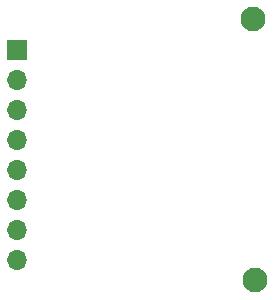
<source format=gbs>
%TF.GenerationSoftware,KiCad,Pcbnew,7.0.1*%
%TF.CreationDate,2023-04-19T16:41:29+02:00*%
%TF.ProjectId,MPU,4d50552e-6b69-4636-9164-5f7063625858,version_01*%
%TF.SameCoordinates,Original*%
%TF.FileFunction,Soldermask,Bot*%
%TF.FilePolarity,Negative*%
%FSLAX46Y46*%
G04 Gerber Fmt 4.6, Leading zero omitted, Abs format (unit mm)*
G04 Created by KiCad (PCBNEW 7.0.1) date 2023-04-19 16:41:29*
%MOMM*%
%LPD*%
G01*
G04 APERTURE LIST*
%ADD10C,2.100000*%
%ADD11R,1.700000X1.700000*%
%ADD12O,1.700000X1.700000*%
G04 APERTURE END LIST*
D10*
%TO.C,REF\u002A\u002A*%
X94200000Y-72000000D03*
%TD*%
%TO.C,REF\u002A\u002A*%
X94000000Y-49900000D03*
%TD*%
D11*
%TO.C,PINS*%
X74000000Y-52460000D03*
D12*
X74000000Y-55000000D03*
X74000000Y-57540000D03*
X74000000Y-60080000D03*
X74000000Y-62620000D03*
X74000000Y-65160000D03*
X74000000Y-67700000D03*
X74000000Y-70240000D03*
%TD*%
M02*

</source>
